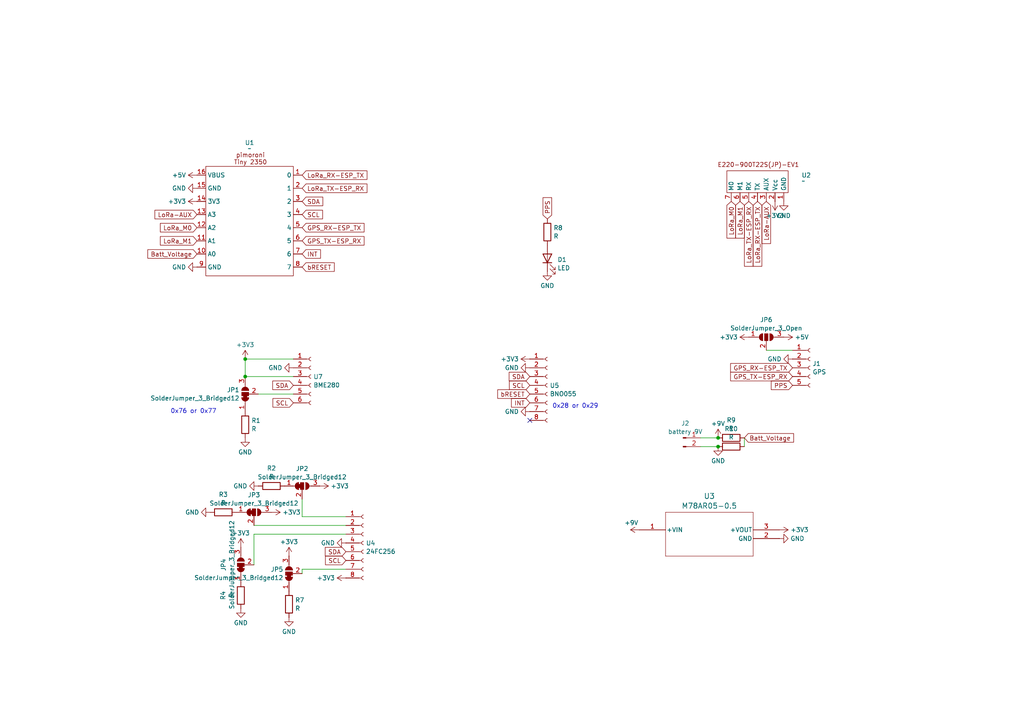
<source format=kicad_sch>
(kicad_sch (version 20231120) (generator "eeschema") (generator_version "8.0")
  (paper "A4")
  (lib_symbols
    (symbol "CELALINK:E220-900T22S(JP)-EV1"
      (property "Reference" "U" (at 0 0 0))
      (symbol "E220-900T22S(JP)-EV1_0_1"
        (rectangle (start -1.27 1.27) (end 16.51 -5.08))
      )
      (symbol "E220-900T22S(JP)-EV1_1_1"
        (text "E220-900T22S(JP)-EV1" (at 7.874 3.048 0) (effects (font (size 1.27 1.27))))
        (pin bidirectional line (at 15.24 -7.62 90) (length 2.54) (name "GND") (number "1"))
        (pin bidirectional line (at 12.7 -7.62 90) (length 2.54) (name "Vcc") (number "2"))
        (pin bidirectional line (at 10.16 -7.62 90) (length 2.54) (name "AUX") (number "3"))
        (pin bidirectional line (at 7.62 -7.62 90) (length 2.54) (name "TX") (number "4"))
        (pin bidirectional line (at 5.08 -7.62 90) (length 2.54) (name "RX") (number "5"))
        (pin bidirectional line (at 2.54 -7.62 90) (length 2.54) (name "M1") (number "6"))
        (pin bidirectional line (at 0 -7.62 90) (length 2.54) (name "M0") (number "7"))
      )
    )
    (symbol "Connector:Conn_01x02_Pin" (pin_names (offset 1.016) hide)
      (property "Reference" "J" (at 0 2.54 0))
      (property "Value" "Conn_01x02_Pin" (at 0 -5.08 0))
      (symbol "Conn_01x02_Pin_1_1"
        (polyline (pts (xy 1.27 -2.54) (xy 0.8636 -2.54)) (stroke (width 0.1524)))
        (polyline (pts (xy 1.27 0) (xy 0.8636 0)) (stroke (width 0.1524)))
        (rectangle (start 0.8636 -2.413) (end 0 -2.667) (stroke (width 0.1524)) (fill (type outline)))
        (rectangle (start 0.8636 0.127) (end 0 -0.127) (stroke (width 0.1524)) (fill (type outline)))
        (pin passive line (at 5.08 0 180) (length 3.81) (name "Pin_1") (number "1"))
        (pin passive line (at 5.08 -2.54 180) (length 3.81) (name "Pin_2") (number "2"))
      )
    )
    (symbol "Connector:Conn_01x05_Socket" (pin_names (offset 1.016) hide)
      (property "Reference" "J" (at 0 7.62 0))
      (property "Value" "Conn_01x05_Socket" (at 0 -7.62 0))
      (symbol "Conn_01x05_Socket_1_1"
        (arc (start 0 -4.572) (mid -0.5058 -5.08) (end 0 -5.588) (stroke (width 0.1524)))
        (arc (start 0 -2.032) (mid -0.5058 -2.54) (end 0 -3.048) (stroke (width 0.1524)))
        (polyline (pts (xy -1.27 -5.08) (xy -0.508 -5.08)) (stroke (width 0.1524)))
        (polyline (pts (xy -1.27 -2.54) (xy -0.508 -2.54)) (stroke (width 0.1524)))
        (polyline (pts (xy -1.27 0) (xy -0.508 0)) (stroke (width 0.1524)))
        (polyline (pts (xy -1.27 2.54) (xy -0.508 2.54)) (stroke (width 0.1524)))
        (polyline (pts (xy -1.27 5.08) (xy -0.508 5.08)) (stroke (width 0.1524)))
        (arc (start 0 0.508) (mid -0.5058 0) (end 0 -0.508) (stroke (width 0.1524)))
        (arc (start 0 3.048) (mid -0.5058 2.54) (end 0 2.032) (stroke (width 0.1524)))
        (arc (start 0 5.588) (mid -0.5058 5.08) (end 0 4.572) (stroke (width 0.1524)))
        (pin passive line (at -5.08 5.08 0) (length 3.81) (name "Pin_1") (number "1"))
        (pin passive line (at -5.08 2.54 0) (length 3.81) (name "Pin_2") (number "2"))
        (pin passive line (at -5.08 0 0) (length 3.81) (name "Pin_3") (number "3"))
        (pin passive line (at -5.08 -2.54 0) (length 3.81) (name "Pin_4") (number "4"))
        (pin passive line (at -5.08 -5.08 0) (length 3.81) (name "Pin_5") (number "5"))
      )
    )
    (symbol "Connector:Conn_01x06_Socket" (pin_names (offset 1.016) hide)
      (property "Reference" "J" (at 0 7.62 0))
      (property "Value" "Conn_01x06_Socket" (at 0 -10.16 0))
      (symbol "Conn_01x06_Socket_1_1"
        (arc (start 0 -7.112) (mid -0.5058 -7.62) (end 0 -8.128) (stroke (width 0.1524)))
        (arc (start 0 -4.572) (mid -0.5058 -5.08) (end 0 -5.588) (stroke (width 0.1524)))
        (arc (start 0 -2.032) (mid -0.5058 -2.54) (end 0 -3.048) (stroke (width 0.1524)))
        (polyline (pts (xy -1.27 -7.62) (xy -0.508 -7.62)) (stroke (width 0.1524)))
        (polyline (pts (xy -1.27 -5.08) (xy -0.508 -5.08)) (stroke (width 0.1524)))
        (polyline (pts (xy -1.27 -2.54) (xy -0.508 -2.54)) (stroke (width 0.1524)))
        (polyline (pts (xy -1.27 0) (xy -0.508 0)) (stroke (width 0.1524)))
        (polyline (pts (xy -1.27 2.54) (xy -0.508 2.54)) (stroke (width 0.1524)))
        (polyline (pts (xy -1.27 5.08) (xy -0.508 5.08)) (stroke (width 0.1524)))
        (arc (start 0 0.508) (mid -0.5058 0) (end 0 -0.508) (stroke (width 0.1524)))
        (arc (start 0 3.048) (mid -0.5058 2.54) (end 0 2.032) (stroke (width 0.1524)))
        (arc (start 0 5.588) (mid -0.5058 5.08) (end 0 4.572) (stroke (width 0.1524)))
        (pin passive line (at -5.08 5.08 0) (length 3.81) (name "Pin_1") (number "1"))
        (pin passive line (at -5.08 2.54 0) (length 3.81) (name "Pin_2") (number "2"))
        (pin passive line (at -5.08 0 0) (length 3.81) (name "Pin_3") (number "3"))
        (pin passive line (at -5.08 -2.54 0) (length 3.81) (name "Pin_4") (number "4"))
        (pin passive line (at -5.08 -5.08 0) (length 3.81) (name "Pin_5") (number "5"))
        (pin passive line (at -5.08 -7.62 0) (length 3.81) (name "Pin_6") (number "6"))
      )
    )
    (symbol "Connector:Conn_01x08_Socket" (pin_names (offset 1.016) hide)
      (property "Reference" "J" (at 0 10.16 0))
      (property "Value" "Conn_01x08_Socket" (at 0 -12.7 0))
      (symbol "Conn_01x08_Socket_1_1"
        (arc (start 0 -9.652) (mid -0.5058 -10.16) (end 0 -10.668) (stroke (width 0.1524)))
        (arc (start 0 -7.112) (mid -0.5058 -7.62) (end 0 -8.128) (stroke (width 0.1524)))
        (arc (start 0 -4.572) (mid -0.5058 -5.08) (end 0 -5.588) (stroke (width 0.1524)))
        (arc (start 0 -2.032) (mid -0.5058 -2.54) (end 0 -3.048) (stroke (width 0.1524)))
        (polyline (pts (xy -1.27 -10.16) (xy -0.508 -10.16)) (stroke (width 0.1524)))
        (polyline (pts (xy -1.27 -7.62) (xy -0.508 -7.62)) (stroke (width 0.1524)))
        (polyline (pts (xy -1.27 -5.08) (xy -0.508 -5.08)) (stroke (width 0.1524)))
        (polyline (pts (xy -1.27 -2.54) (xy -0.508 -2.54)) (stroke (width 0.1524)))
        (polyline (pts (xy -1.27 0) (xy -0.508 0)) (stroke (width 0.1524)))
        (polyline (pts (xy -1.27 2.54) (xy -0.508 2.54)) (stroke (width 0.1524)))
        (polyline (pts (xy -1.27 5.08) (xy -0.508 5.08)) (stroke (width 0.1524)))
        (polyline (pts (xy -1.27 7.62) (xy -0.508 7.62)) (stroke (width 0.1524)))
        (arc (start 0 0.508) (mid -0.5058 0) (end 0 -0.508) (stroke (width 0.1524)))
        (arc (start 0 3.048) (mid -0.5058 2.54) (end 0 2.032) (stroke (width 0.1524)))
        (arc (start 0 5.588) (mid -0.5058 5.08) (end 0 4.572) (stroke (width 0.1524)))
        (arc (start 0 8.128) (mid -0.5058 7.62) (end 0 7.112) (stroke (width 0.1524)))
        (pin passive line (at -5.08 7.62 0) (length 3.81) (name "Pin_1") (number "1"))
        (pin passive line (at -5.08 5.08 0) (length 3.81) (name "Pin_2") (number "2"))
        (pin passive line (at -5.08 2.54 0) (length 3.81) (name "Pin_3") (number "3"))
        (pin passive line (at -5.08 0 0) (length 3.81) (name "Pin_4") (number "4"))
        (pin passive line (at -5.08 -2.54 0) (length 3.81) (name "Pin_5") (number "5"))
        (pin passive line (at -5.08 -5.08 0) (length 3.81) (name "Pin_6") (number "6"))
        (pin passive line (at -5.08 -7.62 0) (length 3.81) (name "Pin_7") (number "7"))
        (pin passive line (at -5.08 -10.16 0) (length 3.81) (name "Pin_8") (number "8"))
      )
    )
    (symbol "Device:LED" (pin_numbers hide) (pin_names (offset 1.016) hide)
      (property "Reference" "D" (at 0 2.54 0))
      (property "Value" "LED" (at 0 -2.54 0))
      (symbol "LED_0_1"
        (polyline (pts (xy -1.27 -1.27) (xy -1.27 1.27)) (stroke (width 0.254)))
        (polyline (pts (xy -1.27 0) (xy 1.27 0)))
        (polyline (pts (xy 1.27 -1.27) (xy 1.27 1.27) (xy -1.27 0) (xy 1.27 -1.27)) (stroke (width 0.254)))
        (polyline (pts (xy -3.048 -0.762) (xy -4.572 -2.286) (xy -3.81 -2.286) (xy -4.572 -2.286) (xy -4.572 -1.524)))
        (polyline (pts (xy -1.778 -0.762) (xy -3.302 -2.286) (xy -2.54 -2.286) (xy -3.302 -2.286) (xy -3.302 -1.524)))
      )
      (symbol "LED_1_1"
        (pin passive line (at -3.81 0 0) (length 2.54) (name "K") (number "1"))
        (pin passive line (at 3.81 0 180) (length 2.54) (name "A") (number "2"))
      )
    )
    (symbol "Device:R" (pin_numbers hide) (pin_names (offset 0))
      (property "Reference" "R" (at 2.032 0 90))
      (property "Value" "R" (at 0 0 90))
      (symbol "R_0_1"
        (rectangle (start -1.016 -2.54) (end 1.016 2.54) (stroke (width 0.254)))
      )
      (symbol "R_1_1"
        (pin passive line (at 0 3.81 270) (length 1.27) (name "~") (number "1"))
        (pin passive line (at 0 -3.81 90) (length 1.27) (name "~") (number "2"))
      )
    )
    (symbol "Jumper:SolderJumper_3_Bridged12" (pin_names (offset 0) hide) (exclude_from_sim yes) (in_bom no)
      (property "Reference" "JP" (at -2.54 -2.54 0))
      (property "Value" "SolderJumper_3_Bridged12" (at 0 2.794 0))
      (symbol "SolderJumper_3_Bridged12_0_1"
        (rectangle (start -1.016 0.508) (end -0.508 -0.508) (fill (type outline)))
        (arc (start -1.016 1.016) (mid -2.0276 0) (end -1.016 -1.016))
        (arc (start -1.016 1.016) (mid -2.0276 0) (end -1.016 -1.016) (fill (type outline)))
        (rectangle (start -0.508 1.016) (end 0.508 -1.016) (fill (type outline)))
        (polyline (pts (xy -2.54 0) (xy -2.032 0)))
        (polyline (pts (xy -1.016 1.016) (xy -1.016 -1.016)))
        (polyline (pts (xy 0 -1.27) (xy 0 -1.016)))
        (polyline (pts (xy 1.016 1.016) (xy 1.016 -1.016)))
        (polyline (pts (xy 2.54 0) (xy 2.032 0)))
        (arc (start 1.016 -1.016) (mid 2.0276 0) (end 1.016 1.016))
        (arc (start 1.016 -1.016) (mid 2.0276 0) (end 1.016 1.016) (fill (type outline)))
      )
      (symbol "SolderJumper_3_Bridged12_1_1"
        (pin passive line (at -5.08 0 0) (length 2.54) (name "A") (number "1"))
        (pin passive line (at 0 -3.81 90) (length 2.54) (name "C") (number "2"))
        (pin passive line (at 5.08 0 180) (length 2.54) (name "B") (number "3"))
      )
    )
    (symbol "Jumper:SolderJumper_3_Open" (pin_names (offset 0) hide) (exclude_from_sim yes) (in_bom no)
      (property "Reference" "JP" (at -2.54 -2.54 0))
      (property "Value" "SolderJumper_3_Open" (at 0 2.794 0))
      (symbol "SolderJumper_3_Open_0_1"
        (arc (start -1.016 1.016) (mid -2.0276 0) (end -1.016 -1.016))
        (arc (start -1.016 1.016) (mid -2.0276 0) (end -1.016 -1.016) (fill (type outline)))
        (rectangle (start -0.508 1.016) (end 0.508 -1.016) (fill (type outline)))
        (polyline (pts (xy -2.54 0) (xy -2.032 0)))
        (polyline (pts (xy -1.016 1.016) (xy -1.016 -1.016)))
        (polyline (pts (xy 0 -1.27) (xy 0 -1.016)))
        (polyline (pts (xy 1.016 1.016) (xy 1.016 -1.016)))
        (polyline (pts (xy 2.54 0) (xy 2.032 0)))
        (arc (start 1.016 -1.016) (mid 2.0276 0) (end 1.016 1.016))
        (arc (start 1.016 -1.016) (mid 2.0276 0) (end 1.016 1.016) (fill (type outline)))
      )
      (symbol "SolderJumper_3_Open_1_1"
        (pin passive line (at -5.08 0 0) (length 2.54) (name "A") (number "1"))
        (pin passive line (at 0 -3.81 90) (length 2.54) (name "C") (number "2"))
        (pin passive line (at 5.08 0 180) (length 2.54) (name "B") (number "3"))
      )
    )
    (symbol "SIP3_M78AR-0.5:M78AR05-0.5" (pin_names (offset 0.254))
      (property "Reference" "U" (at 20.32 10.16 0))
      (property "Value" "M78AR05-0.5" (at 20.32 7.62 0))
      (symbol "M78AR05-0.5_1_1"
        (polyline (pts (xy 7.62 -7.62) (xy 33.02 -7.62)) (stroke (width 0.127)))
        (polyline (pts (xy 7.62 5.08) (xy 7.62 -7.62)) (stroke (width 0.127)))
        (polyline (pts (xy 33.02 -7.62) (xy 33.02 5.08)) (stroke (width 0.127)))
        (polyline (pts (xy 33.02 5.08) (xy 7.62 5.08)) (stroke (width 0.127)))
        (pin power_in line (at 0 0 0) (length 7.62) (name "+VIN") (number "1"))
        (pin power_out line (at 40.64 -2.54 180) (length 7.62) (name "GND") (number "2"))
        (pin output line (at 40.64 0 180) (length 7.62) (name "+VOUT") (number "3"))
      )
    )
    (symbol "pimoroni:Tiny_2350"
      (property "Reference" "U" (at 0 0 0))
      (symbol "Tiny_2350_1_1"
        (rectangle (start -12.7 12.7) (end 12.7 -19.05))
        (text "pimoroni\nTiny 2350" (at 0.254 14.986 0) (effects (font (size 1.27 1.27))))
        (pin bidirectional line (at 15.24 10.16 180) (length 2.54) (name "0") (number "1"))
        (pin bidirectional line (at -15.24 -12.7 0) (length 2.54) (name "A0") (number "10"))
        (pin bidirectional line (at -15.24 -8.89 0) (length 2.54) (name "A1") (number "11"))
        (pin bidirectional line (at -15.24 -5.08 0) (length 2.54) (name "A2") (number "12"))
        (pin bidirectional line (at -15.24 -1.27 0) (length 2.54) (name "A3") (number "13"))
        (pin bidirectional line (at -15.24 2.54 0) (length 2.54) (name "3V3") (number "14"))
        (pin bidirectional line (at -15.24 6.35 0) (length 2.54) (name "GND") (number "15"))
        (pin output line (at -15.24 10.16 0) (length 2.54) (name "VBUS") (number "16"))
        (pin bidirectional line (at 15.24 6.35 180) (length 2.54) (name "1") (number "2"))
        (pin bidirectional line (at 15.24 2.54 180) (length 2.54) (name "2") (number "3"))
        (pin bidirectional line (at 15.24 -1.27 180) (length 2.54) (name "3") (number "4"))
        (pin bidirectional line (at 15.24 -5.08 180) (length 2.54) (name "4") (number "5"))
        (pin bidirectional line (at 15.24 -8.89 180) (length 2.54) (name "5") (number "6"))
        (pin bidirectional line (at 15.24 -12.7 180) (length 2.54) (name "6") (number "7"))
        (pin bidirectional line (at 15.24 -16.51 180) (length 2.54) (name "7") (number "8"))
        (pin bidirectional line (at -15.24 -16.51 0) (length 2.54) (name "GND") (number "9"))
      )
    )
    (symbol "power:+3V3" (power) (pin_numbers hide) (pin_names (offset 0) hide)
      (property "Value" "+3V3" (at 0 3.556 0))
      (symbol "+3V3_0_1"
        (polyline (pts (xy -0.762 1.27) (xy 0 2.54)))
        (polyline (pts (xy 0 0) (xy 0 2.54)))
        (polyline (pts (xy 0 2.54) (xy 0.762 1.27)))
      )
      (symbol "+3V3_1_1"
        (pin power_in line (at 0 0 90) (length 0) (name "~") (number "1"))
      )
    )
    (symbol "power:+5V" (power) (pin_numbers hide) (pin_names (offset 0) hide)
      (property "Value" "+5V" (at 0 3.556 0))
      (symbol "+5V_0_1"
        (polyline (pts (xy -0.762 1.27) (xy 0 2.54)))
        (polyline (pts (xy 0 0) (xy 0 2.54)))
        (polyline (pts (xy 0 2.54) (xy 0.762 1.27)))
      )
      (symbol "+5V_1_1"
        (pin power_in line (at 0 0 90) (length 0) (name "~") (number "1"))
      )
    )
    (symbol "power:+9V" (power) (pin_numbers hide) (pin_names (offset 0) hide)
      (property "Value" "+9V" (at 0 3.556 0))
      (symbol "+9V_0_1"
        (polyline (pts (xy -0.762 1.27) (xy 0 2.54)))
        (polyline (pts (xy 0 0) (xy 0 2.54)))
        (polyline (pts (xy 0 2.54) (xy 0.762 1.27)))
      )
      (symbol "+9V_1_1"
        (pin power_in line (at 0 0 90) (length 0) (name "~") (number "1"))
      )
    )
    (symbol "power:GND" (power) (pin_numbers hide) (pin_names (offset 0) hide)
      (property "Value" "GND" (at 0 -3.81 0))
      (symbol "GND_0_1"
        (polyline (pts (xy 0 0) (xy 0 -1.27) (xy 1.27 -1.27) (xy 0 -2.54) (xy -1.27 -1.27) (xy 0 -1.27)))
      )
      (symbol "GND_1_1"
        (pin power_in line (at 0 0 270) (length 0) (name "~") (number "1"))
      )
    )
  )
  (junction (at 208.28 129.54))
  (junction (at 71.12 109.22))
  (junction (at 208.28 127))
  (junction (at 71.12 104.14))
  (no_connect (at 153.67 121.92))
  (wire (pts (xy 100.33 154.94) (xy 73.66 154.94)))
  (wire (pts (xy 71.12 109.22) (xy 85.09 109.22)))
  (wire (pts (xy 87.63 165.1) (xy 87.63 166.37)))
  (wire (pts (xy 87.63 149.86) (xy 100.33 149.86)))
  (wire (pts (xy 71.12 104.14) (xy 85.09 104.14)))
  (wire (pts (xy 203.2 127) (xy 208.28 127)))
  (wire (pts (xy 222.25 101.6) (xy 229.87 101.6)))
  (wire (pts (xy 73.66 154.94) (xy 73.66 163.83)))
  (wire (pts (xy 203.2 129.54) (xy 208.28 129.54)))
  (wire (pts (xy 100.33 165.1) (xy 87.63 165.1)))
  (wire (pts (xy 74.93 114.3) (xy 85.09 114.3)))
  (wire (pts (xy 215.9 127) (xy 215.9 129.54)))
  (wire (pts (xy 71.12 104.14) (xy 71.12 109.22)))
  (wire (pts (xy 87.63 144.78) (xy 87.63 149.86)))
  (wire (pts (xy 73.66 152.4) (xy 100.33 152.4)))
  (text "0x76 or 0x77" (at 56.134 119.38 0) (effects (font (size 1.27 1.27))))
  (text "0x28 or 0x29" (at 166.878 117.856 0) (effects (font (size 1.27 1.27))))
  (global_label "LoRa_TX-ESP_RX" (shape input) (at 87.63 54.61 0) (property "Intersheetrefs" "${INTERSHEET_REFS}" (effects (hide yes))))
  (global_label "SDA" (shape input) (at 100.33 160.02 180) (property "Intersheetrefs" "${INTERSHEET_REFS}" (effects (hide yes))))
  (global_label "Batt_Voltage" (shape input) (at 215.9 127 0) (property "Intersheetrefs" "${INTERSHEET_REFS}" (effects (hide yes))))
  (global_label "GPS_RX-ESP_TX" (shape input) (at 229.87 106.68 180) (property "Intersheetrefs" "${INTERSHEET_REFS}" (effects (hide yes))))
  (global_label "SCL" (shape input) (at 153.67 111.76 180) (property "Intersheetrefs" "${INTERSHEET_REFS}" (effects (hide yes))))
  (global_label "bRESET" (shape input) (at 153.67 114.3 180) (property "Intersheetrefs" "${INTERSHEET_REFS}" (effects (hide yes))))
  (global_label "LoRa_RX-ESP_TX" (shape input) (at 87.63 50.8 0) (property "Intersheetrefs" "${INTERSHEET_REFS}" (effects (hide yes))))
  (global_label "LoRa-AUX" (shape input) (at 222.25 58.42 270) (property "Intersheetrefs" "${INTERSHEET_REFS}" (effects (hide yes))))
  (global_label "SDA" (shape input) (at 85.09 111.76 180) (property "Intersheetrefs" "${INTERSHEET_REFS}" (effects (hide yes))))
  (global_label "LoRa-AUX" (shape input) (at 57.15 62.23 180) (property "Intersheetrefs" "${INTERSHEET_REFS}" (effects (hide yes))))
  (global_label "LoRa_M1" (shape input) (at 214.63 58.42 270) (property "Intersheetrefs" "${INTERSHEET_REFS}" (effects (hide yes))))
  (global_label "SDA" (shape input) (at 87.63 58.42 0) (property "Intersheetrefs" "${INTERSHEET_REFS}" (effects (hide yes))))
  (global_label "INT" (shape input) (at 87.63 73.66 0) (property "Intersheetrefs" "${INTERSHEET_REFS}" (effects (hide yes))))
  (global_label "LoRa_M0" (shape input) (at 212.09 58.42 270) (property "Intersheetrefs" "${INTERSHEET_REFS}" (effects (hide yes))))
  (global_label "GPS_TX-ESP_RX" (shape input) (at 87.63 69.85 0) (property "Intersheetrefs" "${INTERSHEET_REFS}" (effects (hide yes))))
  (global_label "PPS" (shape input) (at 229.87 111.76 180) (property "Intersheetrefs" "${INTERSHEET_REFS}" (effects (hide yes))))
  (global_label "SCL" (shape input) (at 85.09 116.84 180) (property "Intersheetrefs" "${INTERSHEET_REFS}" (effects (hide yes))))
  (global_label "Batt_Voltage" (shape input) (at 57.15 73.66 180) (property "Intersheetrefs" "${INTERSHEET_REFS}" (effects (hide yes))))
  (global_label "bRESET" (shape input) (at 87.63 77.47 0) (property "Intersheetrefs" "${INTERSHEET_REFS}" (effects (hide yes))))
  (global_label "INT" (shape input) (at 153.67 116.84 180) (property "Intersheetrefs" "${INTERSHEET_REFS}" (effects (hide yes))))
  (global_label "LoRa_TX-ESP_RX" (shape input) (at 217.17 58.42 270) (property "Intersheetrefs" "${INTERSHEET_REFS}" (effects (hide yes))))
  (global_label "LoRa_M0" (shape input) (at 57.15 66.04 180) (property "Intersheetrefs" "${INTERSHEET_REFS}" (effects (hide yes))))
  (global_label "LoRa_M1" (shape input) (at 57.15 69.85 180) (property "Intersheetrefs" "${INTERSHEET_REFS}" (effects (hide yes))))
  (global_label "PPS" (shape input) (at 158.75 63.5 90) (property "Intersheetrefs" "${INTERSHEET_REFS}" (effects (hide yes))))
  (global_label "GPS_TX-ESP_RX" (shape input) (at 229.87 109.22 180) (property "Intersheetrefs" "${INTERSHEET_REFS}" (effects (hide yes))))
  (global_label "LoRa_RX-ESP_TX" (shape input) (at 219.71 58.42 270) (property "Intersheetrefs" "${INTERSHEET_REFS}" (effects (hide yes))))
  (global_label "SDA" (shape input) (at 153.67 109.22 180) (property "Intersheetrefs" "${INTERSHEET_REFS}" (effects (hide yes))))
  (global_label "SCL" (shape input) (at 100.33 162.56 180) (property "Intersheetrefs" "${INTERSHEET_REFS}" (effects (hide yes))))
  (global_label "GPS_RX-ESP_TX" (shape input) (at 87.63 66.04 0) (property "Intersheetrefs" "${INTERSHEET_REFS}" (effects (hide yes))))
  (global_label "SCL" (shape input) (at 87.63 62.23 0) (property "Intersheetrefs" "${INTERSHEET_REFS}" (effects (hide yes))))
  (symbol (lib_id "Connector:Conn_01x06_Socket") (at 90.17 109.22 0) (unit 1)
    (property "Reference" "U7" (at 90.8812 109.2778 0) (effects (justify left)))
    (property "Value" "BME280" (at 90.8812 111.7021 0) (effects (justify left)))
    (property "Footprint" "akizuki:AE-BME280" (effects (hide yes)))
    (property "Description" "Generic connector, single row, 01x06, script generated" (effects (hide yes)))
  )
  (symbol (lib_id "power:+3V3") (at 226.06 153.67 270) (unit 1)
    (property "Reference" "#PWR01" (effects (hide yes)))
    (property "Value" "+3V3" (at 229.235 153.67 90) (effects (justify left)))
    (property "Description" "Power symbol creates a global label with name \"+3V3\"" (effects (hide yes)))
  )
  (symbol (lib_id "power:+3V3") (at 57.15 58.42 90) (unit 1)
    (property "Reference" "#PWR02" (effects (hide yes)))
    (property "Value" "+3V3" (at 53.975 58.42 90) (effects (justify left)))
    (property "Description" "Power symbol creates a global label with name \"+3V3\"" (effects (hide yes)))
  )
  (symbol (lib_id "power:GND") (at 69.85 176.53 0) (unit 1)
    (property "Reference" "#PWR025" (effects (hide yes)))
    (property "Value" "GND" (at 69.85 180.6631 0))
    (property "Description" "Power symbol creates a global label with name \"GND\" , ground" (effects (hide yes)))
  )
  (symbol (lib_id "Connector:Conn_01x08_Socket") (at 105.41 157.48 0) (unit 1)
    (property "Reference" "U4" (at 106.1212 157.5378 0) (effects (justify left)))
    (property "Value" "24FC256" (at 106.1212 159.9621 0) (effects (justify left)))
    (property "Footprint" "Package_DIP:DIP-8_W7.62mm" (effects (hide yes)))
    (property "Description" "Generic connector, single row, 01x08, script generated" (effects (hide yes)))
  )
  (symbol (lib_id "Jumper:SolderJumper_3_Open") (at 222.25 97.79 0) (unit 1) (exclude_from_sim yes) (in_bom no)
    (property "Reference" "JP6" (at 222.25 92.7565 0))
    (property "Value" "SolderJumper_3_Open" (at 222.25 95.1808 0))
    (property "Footprint" "Jumper:SolderJumper-3_P1.3mm_Open_Pad1.0x1.5mm" (effects (hide yes)))
    (property "Description" "Solder Jumper, 3-pole, open" (effects (hide yes)))
  )
  (symbol (lib_id "power:GND") (at 57.15 77.47 270) (unit 1)
    (property "Reference" "#PWR07" (effects (hide yes)))
    (property "Value" "GND" (at 53.9751 77.47 90) (effects (justify right)))
    (property "Description" "Power symbol creates a global label with name \"GND\" , ground" (effects (hide yes)))
  )
  (symbol (lib_id "Jumper:SolderJumper_3_Bridged12") (at 73.66 148.59 0) (unit 1) (exclude_from_sim yes) (in_bom no)
    (property "Reference" "JP3" (at 73.66 143.5565 0))
    (property "Value" "SolderJumper_3_Bridged12" (at 73.66 145.9808 0))
    (property "Footprint" "Jumper:SolderJumper-3_P1.3mm_Bridged12_RoundedPad1.0x1.5mm" (effects (hide yes)))
    (property "Description" "3-pole Solder Jumper, pins 1+2 closed/bridged" (effects (hide yes)))
  )
  (symbol (lib_id "power:GND") (at 226.06 156.21 90) (unit 1)
    (property "Reference" "#PWR03" (effects (hide yes)))
    (property "Value" "GND" (at 229.235 156.21 90) (effects (justify right)))
    (property "Description" "Power symbol creates a global label with name \"GND\" , ground" (effects (hide yes)))
  )
  (symbol (lib_id "Device:LED") (at 158.75 74.93 90) (unit 1)
    (property "Reference" "D1" (at 161.671 75.3053 90) (effects (justify right)))
    (property "Value" "LED" (at 161.671 77.7296 90) (effects (justify right)))
    (property "Footprint" "Diode_SMD:D_0603_1608Metric_Pad1.05x0.95mm_HandSolder" (effects (hide yes)))
    (property "Description" "Light emitting diode" (effects (hide yes)))
  )
  (symbol (lib_id "power:GND") (at 85.09 106.68 270) (unit 1)
    (property "Reference" "#PWR010" (effects (hide yes)))
    (property "Value" "GND" (at 81.9151 106.68 90) (effects (justify right)))
    (property "Description" "Power symbol creates a global label with name \"GND\" , ground" (effects (hide yes)))
  )
  (symbol (lib_id "Device:R") (at 212.09 129.54 90) (unit 1)
    (property "Reference" "R10" (at 212.09 124.3795 90))
    (property "Value" "R" (at 212.09 126.8038 90))
    (property "Footprint" "Resistor_SMD:R_0603_1608Metric_Pad0.98x0.95mm_HandSolder" (effects (hide yes)))
    (property "Description" "Resistor" (effects (hide yes)))
  )
  (symbol (lib_id "Device:R") (at 69.85 172.72 180) (unit 1)
    (property "Reference" "R4" (at 64.6895 172.72 90))
    (property "Value" "R" (at 67.1138 172.72 90))
    (property "Footprint" "Resistor_SMD:R_0603_1608Metric_Pad0.98x0.95mm_HandSolder" (effects (hide yes)))
    (property "Description" "Resistor" (effects (hide yes)))
  )
  (symbol (lib_id "power:+3V3") (at 92.71 140.97 270) (unit 1)
    (property "Reference" "#PWR021" (effects (hide yes)))
    (property "Value" "+3V3" (at 95.885 140.97 90) (effects (justify left)))
    (property "Description" "Power symbol creates a global label with name \"+3V3\"" (effects (hide yes)))
  )
  (symbol (lib_id "power:GND") (at 57.15 54.61 270) (unit 1)
    (property "Reference" "#PWR08" (effects (hide yes)))
    (property "Value" "GND" (at 53.9751 54.61 90) (effects (justify right)))
    (property "Description" "Power symbol creates a global label with name \"GND\" , ground" (effects (hide yes)))
  )
  (symbol (lib_id "power:+3V3") (at 71.12 104.14 0) (unit 1)
    (property "Reference" "#PWR09" (effects (hide yes)))
    (property "Value" "+3V3" (at 71.12 100.0069 0))
    (property "Description" "Power symbol creates a global label with name \"+3V3\"" (effects (hide yes)))
  )
  (symbol (lib_id "Device:R") (at 71.12 123.19 0) (unit 1)
    (property "Reference" "R1" (at 72.898 121.9778 0) (effects (justify left)))
    (property "Value" "R" (at 72.898 124.4021 0) (effects (justify left)))
    (property "Footprint" "Resistor_SMD:R_0603_1608Metric_Pad0.98x0.95mm_HandSolder" (effects (hide yes)))
    (property "Description" "Resistor" (effects (hide yes)))
  )
  (symbol (lib_id "Connector:Conn_01x05_Socket") (at 234.95 106.68 0) (unit 1)
    (property "Reference" "J1" (at 235.6612 105.4678 0) (effects (justify left)))
    (property "Value" "GPS" (at 235.6612 107.8921 0) (effects (justify left)))
    (property "Footprint" "Connector_JST:JST_XH_S5B-XH-A_1x05_P2.50mm_Horizontal" (effects (hide yes)))
    (property "Description" "Generic connector, single row, 01x05, script generated" (effects (hide yes)))
  )
  (symbol (lib_id "power:GND") (at 60.96 148.59 270) (unit 1)
    (property "Reference" "#PWR024" (effects (hide yes)))
    (property "Value" "GND" (at 57.7851 148.59 90) (effects (justify right)))
    (property "Description" "Power symbol creates a global label with name \"GND\" , ground" (effects (hide yes)))
  )
  (symbol (lib_id "Device:R") (at 78.74 140.97 90) (unit 1)
    (property "Reference" "R2" (at 78.74 135.8095 90))
    (property "Value" "R" (at 78.74 138.2338 90))
    (property "Footprint" "Resistor_SMD:R_0603_1608Metric_Pad0.98x0.95mm_HandSolder" (effects (hide yes)))
    (property "Description" "Resistor" (effects (hide yes)))
  )
  (symbol (lib_id "Device:R") (at 158.75 67.31 0) (unit 1)
    (property "Reference" "R8" (at 160.528 66.0978 0) (effects (justify left)))
    (property "Value" "R" (at 160.528 68.5221 0) (effects (justify left)))
    (property "Footprint" "Resistor_SMD:R_0603_1608Metric_Pad0.98x0.95mm_HandSolder" (effects (hide yes)))
    (property "Description" "Resistor" (effects (hide yes)))
  )
  (symbol (lib_id "power:GND") (at 153.67 119.38 270) (unit 1)
    (property "Reference" "#PWR019" (effects (hide yes)))
    (property "Value" "GND" (at 150.4951 119.38 90) (effects (justify right)))
    (property "Description" "Power symbol creates a global label with name \"GND\" , ground" (effects (hide yes)))
  )
  (symbol (lib_id "power:+5V") (at 227.33 97.79 270) (unit 1)
    (property "Reference" "#PWR017" (effects (hide yes)))
    (property "Value" "+5V" (at 230.505 97.79 90) (effects (justify left)))
    (property "Description" "Power symbol creates a global label with name \"+5V\"" (effects (hide yes)))
  )
  (symbol (lib_id "power:+3V3") (at 83.82 161.29 0) (unit 1)
    (property "Reference" "#PWR029" (effects (hide yes)))
    (property "Value" "+3V3" (at 83.82 157.1569 0))
    (property "Description" "Power symbol creates a global label with name \"+3V3\"" (effects (hide yes)))
  )
  (symbol (lib_id "power:+3V3") (at 78.74 148.59 270) (unit 1)
    (property "Reference" "#PWR020" (effects (hide yes)))
    (property "Value" "+3V3" (at 81.915 148.59 90) (effects (justify left)))
    (property "Description" "Power symbol creates a global label with name \"+3V3\"" (effects (hide yes)))
  )
  (symbol (lib_id "power:+3V3") (at 69.85 158.75 0) (unit 1)
    (property "Reference" "#PWR022" (effects (hide yes)))
    (property "Value" "+3V3" (at 69.85 154.6169 0))
    (property "Description" "Power symbol creates a global label with name \"+3V3\"" (effects (hide yes)))
  )
  (symbol (lib_id "power:+3V3") (at 224.79 58.42 180) (unit 1)
    (property "Reference" "#PWR013" (effects (hide yes)))
    (property "Value" "+3V3" (at 224.79 62.5531 0))
    (property "Description" "Power symbol creates a global label with name \"+3V3\"" (effects (hide yes)))
  )
  (symbol (lib_id "power:+5V") (at 57.15 50.8 90) (unit 1)
    (property "Reference" "#PWR031" (effects (hide yes)))
    (property "Value" "+5V" (at 53.9751 50.8 90) (effects (justify left)))
    (property "Description" "Power symbol creates a global label with name \"+5V\"" (effects (hide yes)))
  )
  (symbol (lib_id "Connector:Conn_01x08_Socket") (at 158.75 111.76 0) (unit 1)
    (property "Reference" "U5" (at 159.4612 111.8178 0) (effects (justify left)))
    (property "Value" "BNO055" (at 159.4612 114.2421 0) (effects (justify left)))
    (property "Footprint" "akizuki:AE-BNO055-BO" (effects (hide yes)))
    (property "Description" "Generic connector, single row, 01x08, script generated" (effects (hide yes)))
  )
  (symbol (lib_id "power:GND") (at 208.28 129.54 0) (unit 1)
    (property "Reference" "#PWR04" (effects (hide yes)))
    (property "Value" "GND" (at 208.28 133.6731 0))
    (property "Description" "Power symbol creates a global label with name \"GND\" , ground" (effects (hide yes)))
  )
  (symbol (lib_id "power:GND") (at 83.82 179.07 0) (unit 1)
    (property "Reference" "#PWR028" (effects (hide yes)))
    (property "Value" "GND" (at 83.82 183.2031 0))
    (property "Description" "Power symbol creates a global label with name \"GND\" , ground" (effects (hide yes)))
  )
  (symbol (lib_id "power:+9V") (at 208.28 127 0) (unit 1)
    (property "Reference" "#PWR05" (effects (hide yes)))
    (property "Value" "+9V" (at 208.28 122.8669 0))
    (property "Description" "Power symbol creates a global label with name \"+9V\"" (effects (hide yes)))
  )
  (symbol (lib_id "Jumper:SolderJumper_3_Bridged12") (at 83.82 166.37 90) (unit 1) (exclude_from_sim yes) (in_bom no)
    (property "Reference" "JP5" (at 82.1691 165.1578 90) (effects (justify left)))
    (property "Value" "SolderJumper_3_Bridged12" (at 82.1691 167.5821 90) (effects (justify left)))
    (property "Footprint" "Jumper:SolderJumper-3_P1.3mm_Bridged12_RoundedPad1.0x1.5mm" (effects (hide yes)))
    (property "Description" "3-pole Solder Jumper, pins 1+2 closed/bridged" (effects (hide yes)))
  )
  (symbol (lib_id "SIP3_M78AR-0.5:M78AR05-0.5") (at 185.42 153.67 0) (unit 1)
    (property "Reference" "U3" (at 205.74 143.8961 0) (effects (font (size 1.524 1.524))))
    (property "Value" "M78AR05-0.5" (at 205.74 146.729 0) (effects (font (size 1.524 1.524))))
    (property "Footprint" "SIP3_M78AR-0.5:SIP3_M78AR-0.5_MIN" (effects (hide yes)))
    (property "Datasheet" "M78AR05-0.5" (effects (hide yes)))
  )
  (symbol (lib_id "power:+3V3") (at 100.33 167.64 90) (unit 1)
    (property "Reference" "#PWR027" (effects (hide yes)))
    (property "Value" "+3V3" (at 97.155 167.64 90) (effects (justify left)))
    (property "Description" "Power symbol creates a global label with name \"+3V3\"" (effects (hide yes)))
  )
  (symbol (lib_id "power:+3V3") (at 153.67 104.14 90) (unit 1)
    (property "Reference" "#PWR012" (effects (hide yes)))
    (property "Value" "+3V3" (at 150.495 104.14 90) (effects (justify left)))
    (property "Description" "Power symbol creates a global label with name \"+3V3\"" (effects (hide yes)))
  )
  (symbol (lib_id "power:GND") (at 229.87 104.14 270) (unit 1)
    (property "Reference" "#PWR016" (effects (hide yes)))
    (property "Value" "GND" (at 226.6951 104.14 90) (effects (justify right)))
    (property "Description" "Power symbol creates a global label with name \"GND\" , ground" (effects (hide yes)))
  )
  (symbol (lib_id "Device:R") (at 212.09 127 90) (unit 1)
    (property "Reference" "R9" (at 212.09 121.8395 90))
    (property "Value" "R" (at 212.09 124.2638 90))
    (property "Footprint" "Resistor_SMD:R_0603_1608Metric_Pad0.98x0.95mm_HandSolder" (effects (hide yes)))
    (property "Description" "Resistor" (effects (hide yes)))
  )
  (symbol (lib_id "power:GND") (at 71.12 127 0) (unit 1)
    (property "Reference" "#PWR011" (effects (hide yes)))
    (property "Value" "GND" (at 71.12 131.1331 0))
    (property "Description" "Power symbol creates a global label with name \"GND\" , ground" (effects (hide yes)))
  )
  (symbol (lib_id "pimoroni:Tiny_2350") (at 72.39 60.96 0) (unit 1)
    (property "Reference" "U1" (at 72.39 41.3985 0))
    (property "Value" "~" (at 72.39 43.0799 0))
    (property "Footprint" "pimoroni:Tiny 2350" (effects (hide yes)))
  )
  (symbol (lib_id "power:GND") (at 158.75 78.74 0) (unit 1)
    (property "Reference" "#PWR030" (effects (hide yes)))
    (property "Value" "GND" (at 158.75 82.8731 0))
    (property "Description" "Power symbol creates a global label with name \"GND\" , ground" (effects (hide yes)))
  )
  (symbol (lib_id "power:+3V3") (at 217.17 97.79 90) (unit 1)
    (property "Reference" "#PWR015" (effects (hide yes)))
    (property "Value" "+3V3" (at 213.995 97.79 90) (effects (justify left)))
    (property "Description" "Power symbol creates a global label with name \"+3V3\"" (effects (hide yes)))
  )
  (symbol (lib_id "Jumper:SolderJumper_3_Bridged12") (at 87.63 140.97 0) (unit 1) (exclude_from_sim yes) (in_bom no)
    (property "Reference" "JP2" (at 87.63 135.9365 0))
    (property "Value" "SolderJumper_3_Bridged12" (at 87.63 138.3608 0))
    (property "Footprint" "Jumper:SolderJumper-3_P1.3mm_Bridged12_RoundedPad1.0x1.5mm" (effects (hide yes)))
    (property "Description" "3-pole Solder Jumper, pins 1+2 closed/bridged" (effects (hide yes)))
  )
  (symbol (lib_id "Jumper:SolderJumper_3_Bridged12") (at 69.85 163.83 90) (unit 1) (exclude_from_sim yes) (in_bom no)
    (property "Reference" "JP4" (at 64.8165 163.83 0))
    (property "Value" "SolderJumper_3_Bridged12" (at 67.2408 163.83 0))
    (property "Footprint" "Jumper:SolderJumper-3_P1.3mm_Bridged12_RoundedPad1.0x1.5mm" (effects (hide yes)))
    (property "Description" "3-pole Solder Jumper, pins 1+2 closed/bridged" (effects (hide yes)))
  )
  (symbol (lib_id "power:+9V") (at 185.42 153.67 90) (unit 1)
    (property "Reference" "#PWR06" (effects (hide yes)))
    (property "Value" "+9V" (at 185.166 151.638 90) (effects (justify left)))
    (property "Description" "Power symbol creates a global label with name \"+9V\"" (effects (hide yes)))
  )
  (symbol (lib_id "Device:R") (at 64.77 148.59 90) (unit 1)
    (property "Reference" "R3" (at 64.77 143.4295 90))
    (property "Value" "R" (at 64.77 145.8538 90))
    (property "Footprint" "Resistor_SMD:R_0603_1608Metric_Pad0.98x0.95mm_HandSolder" (effects (hide yes)))
    (property "Description" "Resistor" (effects (hide yes)))
  )
  (symbol (lib_id "power:GND") (at 74.93 140.97 270) (unit 1)
    (property "Reference" "#PWR023" (effects (hide yes)))
    (property "Value" "GND" (at 71.7551 140.97 90) (effects (justify right)))
    (property "Description" "Power symbol creates a global label with name \"GND\" , ground" (effects (hide yes)))
  )
  (symbol (lib_id "Device:R") (at 83.82 175.26 0) (unit 1)
    (property "Reference" "R7" (at 85.598 174.0478 0) (effects (justify left)))
    (property "Value" "R" (at 85.598 176.4721 0) (effects (justify left)))
    (property "Footprint" "Resistor_SMD:R_0603_1608Metric_Pad0.98x0.95mm_HandSolder" (effects (hide yes)))
    (property "Description" "Resistor" (effects (hide yes)))
  )
  (symbol (lib_id "power:GND") (at 153.67 106.68 270) (unit 1)
    (property "Reference" "#PWR018" (effects (hide yes)))
    (property "Value" "GND" (at 150.4951 106.68 90) (effects (justify right)))
    (property "Description" "Power symbol creates a global label with name \"GND\" , ground" (effects (hide yes)))
  )
  (symbol (lib_id "power:GND") (at 100.33 157.48 270) (unit 1)
    (property "Reference" "#PWR026" (effects (hide yes)))
    (property "Value" "GND" (at 97.1551 157.48 90) (effects (justify right)))
    (property "Description" "Power symbol creates a global label with name \"GND\" , ground" (effects (hide yes)))
  )
  (symbol (lib_id "power:GND") (at 227.33 58.42 0) (unit 1)
    (property "Reference" "#PWR014" (effects (hide yes)))
    (property "Value" "GND" (at 227.33 62.5531 0))
    (property "Description" "Power symbol creates a global label with name \"GND\" , ground" (effects (hide yes)))
  )
  (symbol (lib_id "Connector:Conn_01x02_Pin") (at 198.12 127 0) (unit 1)
    (property "Reference" "J2" (at 198.755 122.7793 0))
    (property "Value" "battery 9V" (at 198.755 125.2036 0))
    (property "Footprint" "Connector_JST:JST_XH_S2B-XH-A_1x02_P2.50mm_Horizontal" (effects (hide yes)))
    (property "Description" "Generic connector, single row, 01x02, script generated" (effects (hide yes)))
  )
  (symbol (lib_id "CELALINK:E220-900T22S(JP)-EV1") (at 212.09 50.8 0) (unit 1)
    (property "Reference" "U2" (at 232.4727 50.836 0) (effects (justify left)))
    (property "Value" "~" (at 232.4727 52.5174 0) (effects (justify left)))
    (property "Footprint" "CELALINK:E220-900T22S(JP)-EV1" (effects (hide yes)))
  )
  (symbol (lib_id "Jumper:SolderJumper_3_Bridged12") (at 71.12 114.3 90) (unit 1) (exclude_from_sim yes) (in_bom no)
    (property "Reference" "JP1" (at 69.4691 113.0878 90) (effects (justify left)))
    (property "Value" "SolderJumper_3_Bridged12" (at 69.4691 115.5121 90) (effects (justify left)))
    (property "Footprint" "Jumper:SolderJumper-3_P1.3mm_Bridged12_RoundedPad1.0x1.5mm" (effects (hide yes)))
    (property "Description" "3-pole Solder Jumper, pins 1+2 closed/bridged" (effects (hide yes)))
  )
)
</source>
